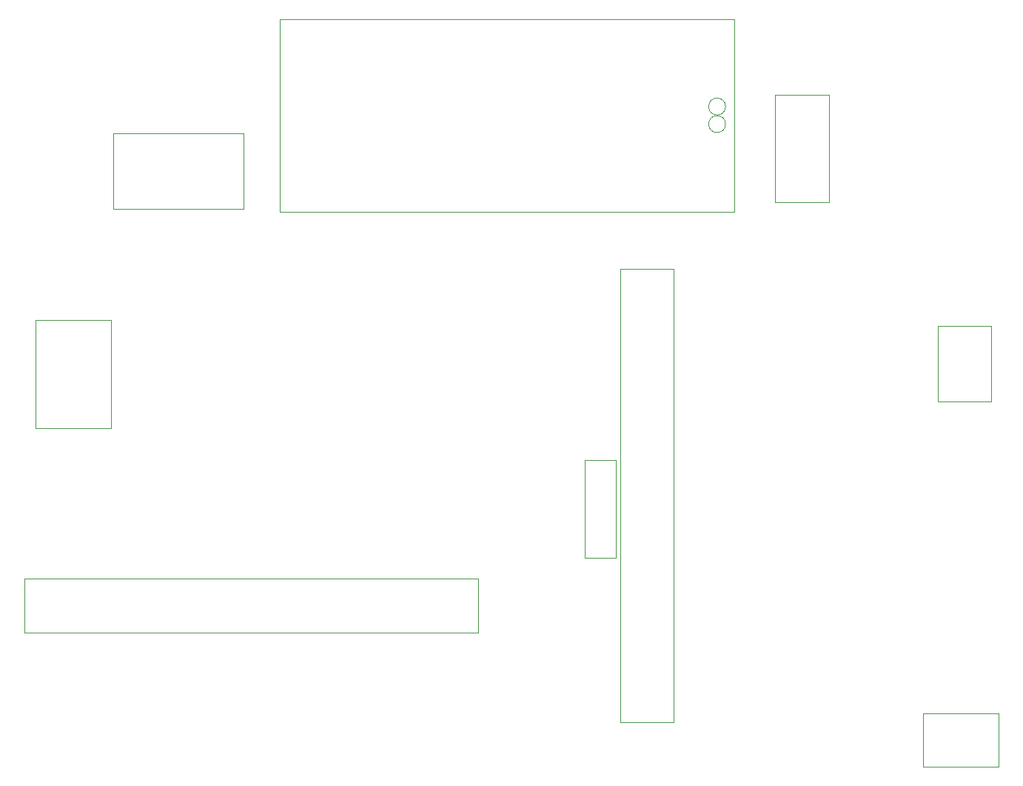
<source format=gbr>
%TF.GenerationSoftware,KiCad,Pcbnew,7.0.7-7.0.7~ubuntu23.04.1*%
%TF.CreationDate,2023-09-10T12:49:34+00:00*%
%TF.ProjectId,pedalboard-hw,70656461-6c62-46f6-9172-642d68772e6b,2.1.0*%
%TF.SameCoordinates,Original*%
%TF.FileFunction,Other,User*%
%FSLAX46Y46*%
G04 Gerber Fmt 4.6, Leading zero omitted, Abs format (unit mm)*
G04 Created by KiCad (PCBNEW 7.0.7-7.0.7~ubuntu23.04.1) date 2023-09-10 12:49:34*
%MOMM*%
%LPD*%
G01*
G04 APERTURE LIST*
%ADD10C,0.050000*%
%ADD11C,0.120000*%
G04 APERTURE END LIST*
D10*
%TO.C,J7*%
X47790000Y-108120000D02*
X99640000Y-108120000D01*
X99640000Y-108120000D02*
X99640000Y-101970000D01*
X47790000Y-101970000D02*
X47790000Y-108120000D01*
X99640000Y-101970000D02*
X47790000Y-101970000D01*
%TO.C,J6*%
X111825000Y-88380000D02*
X115425000Y-88380000D01*
X111825000Y-99580000D02*
X111825000Y-88380000D01*
X115425000Y-88380000D02*
X115425000Y-99580000D01*
X115425000Y-99580000D02*
X111825000Y-99580000D01*
%TO.C,J14*%
X133650000Y-58975000D02*
X133650000Y-46625000D01*
X139800000Y-58975000D02*
X133650000Y-58975000D01*
X133650000Y-46625000D02*
X139800000Y-46625000D01*
X139800000Y-46625000D02*
X139800000Y-58975000D01*
%TO.C,J5*%
X127967078Y-50006600D02*
G75*
G03*
X127967078Y-50006600I-965200J0D01*
G01*
X127965534Y-48000000D02*
G75*
G03*
X127965534Y-48000000I-965534J0D01*
G01*
D11*
%TO.C,U1*%
X77000000Y-60000000D02*
X129000000Y-60000000D01*
X129000000Y-60000000D02*
X129000000Y-38000000D01*
X77000000Y-38000000D02*
X77000000Y-60000000D01*
X129000000Y-38000000D02*
X77000000Y-38000000D01*
D10*
%TO.C,J4*%
X49015000Y-84762600D02*
X49015000Y-72412600D01*
X57665000Y-84762600D02*
X49015000Y-84762600D01*
X49015000Y-72412600D02*
X57665000Y-72412600D01*
X57665000Y-72412600D02*
X57665000Y-84762600D01*
%TO.C,J8*%
X159230000Y-123490600D02*
X150580000Y-123490600D01*
X159230000Y-117390600D02*
X159230000Y-123490600D01*
X158315000Y-81695600D02*
X152215000Y-81695600D01*
X158315000Y-73045600D02*
X158315000Y-81695600D01*
X152215000Y-81695600D02*
X152215000Y-73045600D01*
X152215000Y-73045600D02*
X158315000Y-73045600D01*
X150580000Y-123490600D02*
X150580000Y-117390600D01*
X150580000Y-117390600D02*
X159230000Y-117390600D01*
X122010000Y-118375600D02*
X115910000Y-118375600D01*
X122010000Y-66575600D02*
X122010000Y-118375600D01*
X115910000Y-118375600D02*
X115910000Y-66575600D01*
X115910000Y-66575600D02*
X122010000Y-66575600D01*
%TO.C,J15*%
X72800000Y-59700000D02*
X57900000Y-59700000D01*
X72800000Y-51050000D02*
X72800000Y-59700000D01*
X57900000Y-59700000D02*
X57900000Y-51050000D01*
X57900000Y-51050000D02*
X72800000Y-51050000D01*
%TD*%
M02*

</source>
